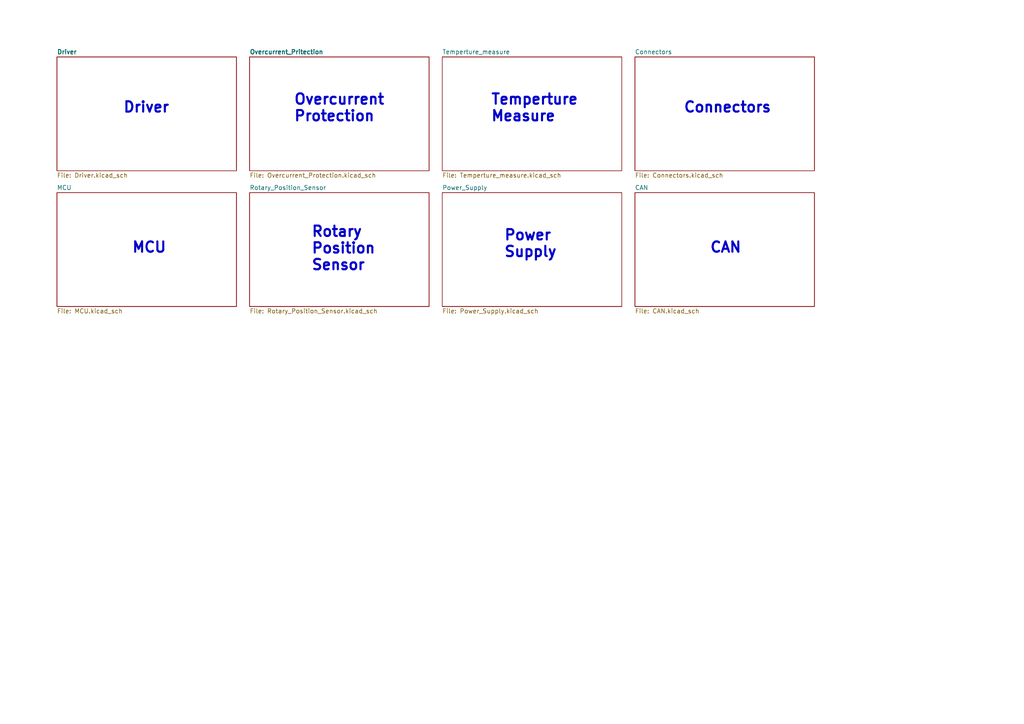
<source format=kicad_sch>
(kicad_sch (version 20230121) (generator eeschema)
  (paper "A4")
  (lib_symbols)
  (text "Overcurrent \nProtection" (at 85.09 35.56 0) (effects (font (size 3 3) (thickness 0.6) bold) (justify left bottom)))
  (text "Power\nSupply\n" (at 146.05 74.93 0) (effects (font (size 3 3) (thickness 0.6) bold) (justify left bottom)))
  (text "Temperture\nMeasure" (at 142.24 35.56 0) (effects (font (size 3 3) (thickness 0.6) bold) (justify left bottom)))
  (text "CAN" (at 205.74 73.66 0) (effects (font (size 3 3) (thickness 0.6) bold) (justify left bottom)))
  (text "Connectors" (at 198.12 33.02 0) (effects (font (size 3 3) (thickness 0.6) bold) (justify left bottom)))
  (text "Driver" (at 35.56 33.02 0) (effects (font (size 3 3) (thickness 0.6) bold) (justify left bottom)))
  (text "MCU" (at 38.1 73.66 0) (effects (font (size 3 3) (thickness 0.6) bold) (justify left bottom)))
  (text "Rotary\nPosition\nSensor\n" (at 90.17 78.74 0) (effects (font (size 3 3) (thickness 0.6) bold) (justify left bottom)))
  (sheet (at 16.51 16.51) (size 52.07 33.02) (stroke (width 0.1524))
    (property "Sheetname" "Driver" (at 16.51 15.7984 0) (effects (font bold) (justify left bottom)))
    (property "Sheetfile" "Driver.kicad_sch" (at 16.51 50.1146 0) (effects (justify left top)))
  )
  (sheet (at 16.51 55.88) (size 52.07 33.02) (stroke (width 0.1524))
    (property "Sheetname" "MCU" (at 16.51 55.1684 0) (effects (justify left bottom)))
    (property "Sheetfile" "MCU.kicad_sch" (at 16.51 89.4846 0) (effects (justify left top)))
  )
  (sheet (at 128.27 55.88) (size 52.07 33.02) (stroke (width 0.1524))
    (property "Sheetname" "Power_Supply" (at 128.27 55.1684 0) (effects (justify left bottom)))
    (property "Sheetfile" "Power_Supply.kicad_sch" (at 128.27 89.4846 0) (effects (justify left top)))
  )
  (sheet (at 184.15 55.88) (size 52.07 33.02) (stroke (width 0.1524))
    (property "Sheetname" "CAN" (at 184.15 55.1684 0) (effects (justify left bottom)))
    (property "Sheetfile" "CAN.kicad_sch" (at 184.15 89.4846 0) (effects (justify left top)))
  )
  (sheet (at 72.39 55.88) (size 52.07 33.02) (stroke (width 0.1524))
    (property "Sheetname" "Rotary_Position_Sensor" (at 72.39 55.1684 0) (effects (justify left bottom)))
    (property "Sheetfile" "Rotary_Position_Sensor.kicad_sch" (at 72.39 89.4846 0) (effects (justify left top)))
  )
  (sheet (at 72.39 16.51) (size 52.07 33.02) (stroke (width 0.1524))
    (property "Sheetname" "Overcurrent_Pritection" (at 72.39 15.7984 0) (effects (font bold) (justify left bottom)))
    (property "Sheetfile" "Overcurrent_Protection.kicad_sch" (at 72.39 50.1146 0) (effects (justify left top)))
  )
  (sheet (at 128.27 16.51) (size 52.07 33.02) (stroke (width 0.1524))
    (property "Sheetname" "Temperture_measure" (at 128.27 15.7984 0) (effects (justify left bottom)))
    (property "Sheetfile" "Temperture_measure.kicad_sch" (at 128.27 50.1146 0) (effects (justify left top)))
  )
  (sheet (at 184.15 16.51) (size 52.07 33.02) (stroke (width 0.1524))
    (property "Sheetname" "Connectors" (at 184.15 15.7984 0) (effects (justify left bottom)))
    (property "Sheetfile" "Connectors.kicad_sch" (at 184.15 50.1146 0) (effects (justify left top)))
  )
)
</source>
